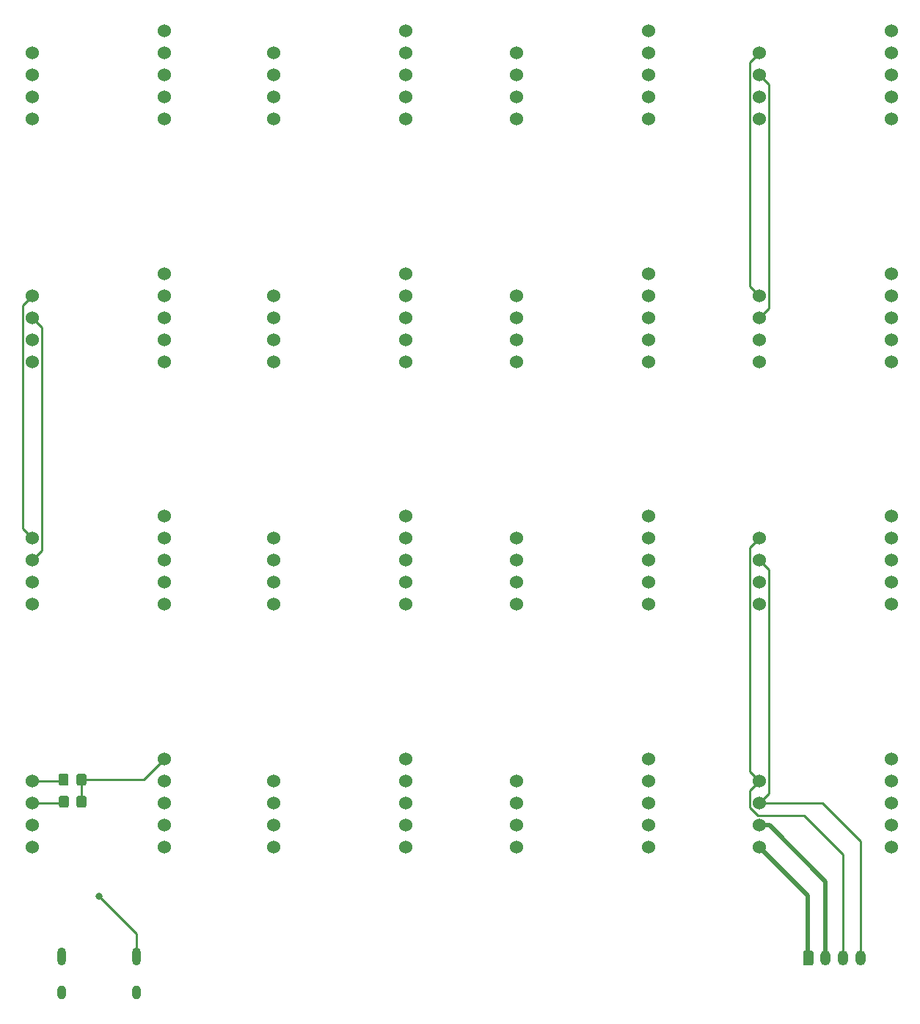
<source format=gbr>
%TF.GenerationSoftware,KiCad,Pcbnew,(5.1.6-0-10_14)*%
%TF.CreationDate,2020-09-05T22:35:39+02:00*%
%TF.ProjectId,m5matrix,6d356d61-7472-4697-982e-6b696361645f,rev?*%
%TF.SameCoordinates,Original*%
%TF.FileFunction,Copper,L2,Bot*%
%TF.FilePolarity,Positive*%
%FSLAX46Y46*%
G04 Gerber Fmt 4.6, Leading zero omitted, Abs format (unit mm)*
G04 Created by KiCad (PCBNEW (5.1.6-0-10_14)) date 2020-09-05 22:35:39*
%MOMM*%
%LPD*%
G01*
G04 APERTURE LIST*
%TA.AperFunction,ComponentPad*%
%ADD10O,1.200000X1.750000*%
%TD*%
%TA.AperFunction,ComponentPad*%
%ADD11C,1.524000*%
%TD*%
%TA.AperFunction,ComponentPad*%
%ADD12O,1.000000X2.100000*%
%TD*%
%TA.AperFunction,ComponentPad*%
%ADD13O,1.000000X1.600000*%
%TD*%
%TA.AperFunction,ViaPad*%
%ADD14C,0.800000*%
%TD*%
%TA.AperFunction,Conductor*%
%ADD15C,0.250000*%
%TD*%
%TA.AperFunction,Conductor*%
%ADD16C,0.500000*%
%TD*%
G04 APERTURE END LIST*
D10*
%TO.P,J2,4*%
%TO.N,/I2C_SCL*%
X176244000Y-155194000D03*
%TO.P,J2,3*%
%TO.N,/I2C_SDA*%
X174244000Y-155194000D03*
%TO.P,J2,2*%
%TO.N,+5V*%
X172244000Y-155194000D03*
%TO.P,J2,1*%
%TO.N,GND*%
%TA.AperFunction,ComponentPad*%
G36*
G01*
X169644000Y-155819001D02*
X169644000Y-154568999D01*
G75*
G02*
X169893999Y-154319000I249999J0D01*
G01*
X170594001Y-154319000D01*
G75*
G02*
X170844000Y-154568999I0J-249999D01*
G01*
X170844000Y-155819001D01*
G75*
G02*
X170594001Y-156069000I-249999J0D01*
G01*
X169893999Y-156069000D01*
G75*
G02*
X169644000Y-155819001I0J249999D01*
G01*
G37*
%TD.AperFunction*%
%TD*%
%TO.P,R4,2*%
%TO.N,/I2C_SCL*%
%TA.AperFunction,SMDPad,CuDef*%
G36*
G01*
X84903000Y-136709999D02*
X84903000Y-137610001D01*
G75*
G02*
X84653001Y-137860000I-249999J0D01*
G01*
X84002999Y-137860000D01*
G75*
G02*
X83753000Y-137610001I0J249999D01*
G01*
X83753000Y-136709999D01*
G75*
G02*
X84002999Y-136460000I249999J0D01*
G01*
X84653001Y-136460000D01*
G75*
G02*
X84903000Y-136709999I0J-249999D01*
G01*
G37*
%TD.AperFunction*%
%TO.P,R4,1*%
%TO.N,+3V3*%
%TA.AperFunction,SMDPad,CuDef*%
G36*
G01*
X86953000Y-136709999D02*
X86953000Y-137610001D01*
G75*
G02*
X86703001Y-137860000I-249999J0D01*
G01*
X86052999Y-137860000D01*
G75*
G02*
X85803000Y-137610001I0J249999D01*
G01*
X85803000Y-136709999D01*
G75*
G02*
X86052999Y-136460000I249999J0D01*
G01*
X86703001Y-136460000D01*
G75*
G02*
X86953000Y-136709999I0J-249999D01*
G01*
G37*
%TD.AperFunction*%
%TD*%
%TO.P,R3,2*%
%TO.N,/I2C_SDA*%
%TA.AperFunction,SMDPad,CuDef*%
G36*
G01*
X84885000Y-134169999D02*
X84885000Y-135070001D01*
G75*
G02*
X84635001Y-135320000I-249999J0D01*
G01*
X83984999Y-135320000D01*
G75*
G02*
X83735000Y-135070001I0J249999D01*
G01*
X83735000Y-134169999D01*
G75*
G02*
X83984999Y-133920000I249999J0D01*
G01*
X84635001Y-133920000D01*
G75*
G02*
X84885000Y-134169999I0J-249999D01*
G01*
G37*
%TD.AperFunction*%
%TO.P,R3,1*%
%TO.N,+3V3*%
%TA.AperFunction,SMDPad,CuDef*%
G36*
G01*
X86935000Y-134169999D02*
X86935000Y-135070001D01*
G75*
G02*
X86685001Y-135320000I-249999J0D01*
G01*
X86034999Y-135320000D01*
G75*
G02*
X85785000Y-135070001I0J249999D01*
G01*
X85785000Y-134169999D01*
G75*
G02*
X86034999Y-133920000I249999J0D01*
G01*
X86685001Y-133920000D01*
G75*
G02*
X86935000Y-134169999I0J-249999D01*
G01*
G37*
%TD.AperFunction*%
%TD*%
D11*
%TO.P,U16,6*%
%TO.N,/I2C_SDA*%
X164592000Y-134772400D03*
%TO.P,U16,7*%
%TO.N,/I2C_SCL*%
X164592000Y-137312400D03*
%TO.P,U16,8*%
%TO.N,+5V*%
X164592000Y-139852400D03*
%TO.P,U16,9*%
%TO.N,GND*%
X164592000Y-142392400D03*
%TO.P,U16,5*%
%TO.N,Net-(U16-Pad5)*%
X179832000Y-142392400D03*
%TO.P,U16,4*%
%TO.N,Net-(U16-Pad4)*%
X179832000Y-139852400D03*
%TO.P,U16,3*%
%TO.N,Net-(U16-Pad3)*%
X179832000Y-137312400D03*
%TO.P,U16,2*%
%TO.N,Net-(U16-Pad2)*%
X179832000Y-134772400D03*
%TO.P,U16,1*%
%TO.N,Net-(U16-Pad1)*%
X179832000Y-132232400D03*
%TD*%
%TO.P,U15,6*%
%TO.N,/I2C_SDA*%
X108542666Y-134772400D03*
%TO.P,U15,7*%
%TO.N,/I2C_SCL*%
X108542666Y-137312400D03*
%TO.P,U15,8*%
%TO.N,+5V*%
X108542666Y-139852400D03*
%TO.P,U15,9*%
%TO.N,GND*%
X108542666Y-142392400D03*
%TO.P,U15,5*%
%TO.N,Net-(U15-Pad5)*%
X123782666Y-142392400D03*
%TO.P,U15,4*%
%TO.N,Net-(U15-Pad4)*%
X123782666Y-139852400D03*
%TO.P,U15,3*%
%TO.N,Net-(U15-Pad3)*%
X123782666Y-137312400D03*
%TO.P,U15,2*%
%TO.N,Net-(U15-Pad2)*%
X123782666Y-134772400D03*
%TO.P,U15,1*%
%TO.N,Net-(U15-Pad1)*%
X123782666Y-132232400D03*
%TD*%
%TO.P,U14,6*%
%TO.N,/I2C_SDA*%
X136567332Y-134772400D03*
%TO.P,U14,7*%
%TO.N,/I2C_SCL*%
X136567332Y-137312400D03*
%TO.P,U14,8*%
%TO.N,+5V*%
X136567332Y-139852400D03*
%TO.P,U14,9*%
%TO.N,GND*%
X136567332Y-142392400D03*
%TO.P,U14,5*%
%TO.N,Net-(U14-Pad5)*%
X151807332Y-142392400D03*
%TO.P,U14,4*%
%TO.N,Net-(U14-Pad4)*%
X151807332Y-139852400D03*
%TO.P,U14,3*%
%TO.N,Net-(U14-Pad3)*%
X151807332Y-137312400D03*
%TO.P,U14,2*%
%TO.N,Net-(U14-Pad2)*%
X151807332Y-134772400D03*
%TO.P,U14,1*%
%TO.N,Net-(U14-Pad1)*%
X151807332Y-132232400D03*
%TD*%
%TO.P,U13,6*%
%TO.N,/I2C_SDA*%
X164592000Y-106781600D03*
%TO.P,U13,7*%
%TO.N,/I2C_SCL*%
X164592000Y-109321600D03*
%TO.P,U13,8*%
%TO.N,+5V*%
X164592000Y-111861600D03*
%TO.P,U13,9*%
%TO.N,GND*%
X164592000Y-114401600D03*
%TO.P,U13,5*%
%TO.N,Net-(U13-Pad5)*%
X179832000Y-114401600D03*
%TO.P,U13,4*%
%TO.N,Net-(U13-Pad4)*%
X179832000Y-111861600D03*
%TO.P,U13,3*%
%TO.N,Net-(U13-Pad3)*%
X179832000Y-109321600D03*
%TO.P,U13,2*%
%TO.N,Net-(U13-Pad2)*%
X179832000Y-106781600D03*
%TO.P,U13,1*%
%TO.N,Net-(U13-Pad1)*%
X179832000Y-104241600D03*
%TD*%
%TO.P,U12,6*%
%TO.N,/I2C_SDA*%
X80710526Y-134772400D03*
%TO.P,U12,7*%
%TO.N,/I2C_SCL*%
X80710526Y-137312400D03*
%TO.P,U12,8*%
%TO.N,+5V*%
X80710526Y-139852400D03*
%TO.P,U12,9*%
%TO.N,GND*%
X80710526Y-142392400D03*
%TO.P,U12,5*%
%TO.N,Net-(U12-Pad5)*%
X95950526Y-142392400D03*
%TO.P,U12,4*%
%TO.N,Net-(U12-Pad4)*%
X95950526Y-139852400D03*
%TO.P,U12,3*%
%TO.N,Net-(U12-Pad3)*%
X95950526Y-137312400D03*
%TO.P,U12,2*%
%TO.N,Net-(U12-Pad2)*%
X95950526Y-134772400D03*
%TO.P,U12,1*%
%TO.N,+3V3*%
X95950526Y-132232400D03*
%TD*%
%TO.P,U11,6*%
%TO.N,/I2C_SDA*%
X164592000Y-78790800D03*
%TO.P,U11,7*%
%TO.N,/I2C_SCL*%
X164592000Y-81330800D03*
%TO.P,U11,8*%
%TO.N,+5V*%
X164592000Y-83870800D03*
%TO.P,U11,9*%
%TO.N,GND*%
X164592000Y-86410800D03*
%TO.P,U11,5*%
%TO.N,Net-(U11-Pad5)*%
X179832000Y-86410800D03*
%TO.P,U11,4*%
%TO.N,Net-(U11-Pad4)*%
X179832000Y-83870800D03*
%TO.P,U11,3*%
%TO.N,Net-(U11-Pad3)*%
X179832000Y-81330800D03*
%TO.P,U11,2*%
%TO.N,Net-(U11-Pad2)*%
X179832000Y-78790800D03*
%TO.P,U11,1*%
%TO.N,Net-(U11-Pad1)*%
X179832000Y-76250800D03*
%TD*%
%TO.P,U10,6*%
%TO.N,/I2C_SDA*%
X136567332Y-106781600D03*
%TO.P,U10,7*%
%TO.N,/I2C_SCL*%
X136567332Y-109321600D03*
%TO.P,U10,8*%
%TO.N,+5V*%
X136567332Y-111861600D03*
%TO.P,U10,9*%
%TO.N,GND*%
X136567332Y-114401600D03*
%TO.P,U10,5*%
%TO.N,Net-(U10-Pad5)*%
X151807332Y-114401600D03*
%TO.P,U10,4*%
%TO.N,Net-(U10-Pad4)*%
X151807332Y-111861600D03*
%TO.P,U10,3*%
%TO.N,Net-(U10-Pad3)*%
X151807332Y-109321600D03*
%TO.P,U10,2*%
%TO.N,Net-(U10-Pad2)*%
X151807332Y-106781600D03*
%TO.P,U10,1*%
%TO.N,Net-(U10-Pad1)*%
X151807332Y-104241600D03*
%TD*%
%TO.P,U9,6*%
%TO.N,/I2C_SDA*%
X164592000Y-50800000D03*
%TO.P,U9,7*%
%TO.N,/I2C_SCL*%
X164592000Y-53340000D03*
%TO.P,U9,8*%
%TO.N,+5V*%
X164592000Y-55880000D03*
%TO.P,U9,9*%
%TO.N,GND*%
X164592000Y-58420000D03*
%TO.P,U9,5*%
%TO.N,Net-(U9-Pad5)*%
X179832000Y-58420000D03*
%TO.P,U9,4*%
%TO.N,Net-(U9-Pad4)*%
X179832000Y-55880000D03*
%TO.P,U9,3*%
%TO.N,Net-(U9-Pad3)*%
X179832000Y-53340000D03*
%TO.P,U9,2*%
%TO.N,Net-(U9-Pad2)*%
X179832000Y-50800000D03*
%TO.P,U9,1*%
%TO.N,Net-(U9-Pad1)*%
X179832000Y-48260000D03*
%TD*%
%TO.P,U8,6*%
%TO.N,/I2C_SDA*%
X136567332Y-78790800D03*
%TO.P,U8,7*%
%TO.N,/I2C_SCL*%
X136567332Y-81330800D03*
%TO.P,U8,8*%
%TO.N,+5V*%
X136567332Y-83870800D03*
%TO.P,U8,9*%
%TO.N,GND*%
X136567332Y-86410800D03*
%TO.P,U8,5*%
%TO.N,Net-(U8-Pad5)*%
X151807332Y-86410800D03*
%TO.P,U8,4*%
%TO.N,Net-(U8-Pad4)*%
X151807332Y-83870800D03*
%TO.P,U8,3*%
%TO.N,Net-(U8-Pad3)*%
X151807332Y-81330800D03*
%TO.P,U8,2*%
%TO.N,Net-(U8-Pad2)*%
X151807332Y-78790800D03*
%TO.P,U8,1*%
%TO.N,Net-(U8-Pad1)*%
X151807332Y-76250800D03*
%TD*%
%TO.P,U7,6*%
%TO.N,/I2C_SDA*%
X108542666Y-106781600D03*
%TO.P,U7,7*%
%TO.N,/I2C_SCL*%
X108542666Y-109321600D03*
%TO.P,U7,8*%
%TO.N,+5V*%
X108542666Y-111861600D03*
%TO.P,U7,9*%
%TO.N,GND*%
X108542666Y-114401600D03*
%TO.P,U7,5*%
%TO.N,Net-(U7-Pad5)*%
X123782666Y-114401600D03*
%TO.P,U7,4*%
%TO.N,Net-(U7-Pad4)*%
X123782666Y-111861600D03*
%TO.P,U7,3*%
%TO.N,Net-(U7-Pad3)*%
X123782666Y-109321600D03*
%TO.P,U7,2*%
%TO.N,Net-(U7-Pad2)*%
X123782666Y-106781600D03*
%TO.P,U7,1*%
%TO.N,Net-(U7-Pad1)*%
X123782666Y-104241600D03*
%TD*%
%TO.P,U6,6*%
%TO.N,/I2C_SDA*%
X136567332Y-50800000D03*
%TO.P,U6,7*%
%TO.N,/I2C_SCL*%
X136567332Y-53340000D03*
%TO.P,U6,8*%
%TO.N,+5V*%
X136567332Y-55880000D03*
%TO.P,U6,9*%
%TO.N,GND*%
X136567332Y-58420000D03*
%TO.P,U6,5*%
%TO.N,Net-(U6-Pad5)*%
X151807332Y-58420000D03*
%TO.P,U6,4*%
%TO.N,Net-(U6-Pad4)*%
X151807332Y-55880000D03*
%TO.P,U6,3*%
%TO.N,Net-(U6-Pad3)*%
X151807332Y-53340000D03*
%TO.P,U6,2*%
%TO.N,Net-(U6-Pad2)*%
X151807332Y-50800000D03*
%TO.P,U6,1*%
%TO.N,Net-(U6-Pad1)*%
X151807332Y-48260000D03*
%TD*%
%TO.P,U5,6*%
%TO.N,/I2C_SDA*%
X108542666Y-78790800D03*
%TO.P,U5,7*%
%TO.N,/I2C_SCL*%
X108542666Y-81330800D03*
%TO.P,U5,8*%
%TO.N,+5V*%
X108542666Y-83870800D03*
%TO.P,U5,9*%
%TO.N,GND*%
X108542666Y-86410800D03*
%TO.P,U5,5*%
%TO.N,Net-(U5-Pad5)*%
X123782666Y-86410800D03*
%TO.P,U5,4*%
%TO.N,Net-(U5-Pad4)*%
X123782666Y-83870800D03*
%TO.P,U5,3*%
%TO.N,Net-(U5-Pad3)*%
X123782666Y-81330800D03*
%TO.P,U5,2*%
%TO.N,Net-(U5-Pad2)*%
X123782666Y-78790800D03*
%TO.P,U5,1*%
%TO.N,Net-(U5-Pad1)*%
X123782666Y-76250800D03*
%TD*%
%TO.P,U4,6*%
%TO.N,/I2C_SDA*%
X80710526Y-106781600D03*
%TO.P,U4,7*%
%TO.N,/I2C_SCL*%
X80710526Y-109321600D03*
%TO.P,U4,8*%
%TO.N,+5V*%
X80710526Y-111861600D03*
%TO.P,U4,9*%
%TO.N,GND*%
X80710526Y-114401600D03*
%TO.P,U4,5*%
%TO.N,Net-(U4-Pad5)*%
X95950526Y-114401600D03*
%TO.P,U4,4*%
%TO.N,Net-(U4-Pad4)*%
X95950526Y-111861600D03*
%TO.P,U4,3*%
%TO.N,Net-(U4-Pad3)*%
X95950526Y-109321600D03*
%TO.P,U4,2*%
%TO.N,Net-(U4-Pad2)*%
X95950526Y-106781600D03*
%TO.P,U4,1*%
%TO.N,Net-(U4-Pad1)*%
X95950526Y-104241600D03*
%TD*%
%TO.P,U3,6*%
%TO.N,/I2C_SDA*%
X108542666Y-50800000D03*
%TO.P,U3,7*%
%TO.N,/I2C_SCL*%
X108542666Y-53340000D03*
%TO.P,U3,8*%
%TO.N,+5V*%
X108542666Y-55880000D03*
%TO.P,U3,9*%
%TO.N,GND*%
X108542666Y-58420000D03*
%TO.P,U3,5*%
%TO.N,Net-(U3-Pad5)*%
X123782666Y-58420000D03*
%TO.P,U3,4*%
%TO.N,Net-(U3-Pad4)*%
X123782666Y-55880000D03*
%TO.P,U3,3*%
%TO.N,Net-(U3-Pad3)*%
X123782666Y-53340000D03*
%TO.P,U3,2*%
%TO.N,Net-(U3-Pad2)*%
X123782666Y-50800000D03*
%TO.P,U3,1*%
%TO.N,Net-(U3-Pad1)*%
X123782666Y-48260000D03*
%TD*%
%TO.P,U2,6*%
%TO.N,/I2C_SDA*%
X80710526Y-78790800D03*
%TO.P,U2,7*%
%TO.N,/I2C_SCL*%
X80710526Y-81330800D03*
%TO.P,U2,8*%
%TO.N,+5V*%
X80710526Y-83870800D03*
%TO.P,U2,9*%
%TO.N,GND*%
X80710526Y-86410800D03*
%TO.P,U2,5*%
%TO.N,Net-(U2-Pad5)*%
X95950526Y-86410800D03*
%TO.P,U2,4*%
%TO.N,Net-(U2-Pad4)*%
X95950526Y-83870800D03*
%TO.P,U2,3*%
%TO.N,Net-(U2-Pad3)*%
X95950526Y-81330800D03*
%TO.P,U2,2*%
%TO.N,Net-(U2-Pad2)*%
X95950526Y-78790800D03*
%TO.P,U2,1*%
%TO.N,Net-(U2-Pad1)*%
X95950526Y-76250800D03*
%TD*%
%TO.P,U1,6*%
%TO.N,/I2C_SDA*%
X80710526Y-50800000D03*
%TO.P,U1,7*%
%TO.N,/I2C_SCL*%
X80710526Y-53340000D03*
%TO.P,U1,8*%
%TO.N,+5V*%
X80710526Y-55880000D03*
%TO.P,U1,9*%
%TO.N,GND*%
X80710526Y-58420000D03*
%TO.P,U1,5*%
%TO.N,Net-(U1-Pad5)*%
X95950526Y-58420000D03*
%TO.P,U1,4*%
%TO.N,Net-(U1-Pad4)*%
X95950526Y-55880000D03*
%TO.P,U1,3*%
%TO.N,Net-(U1-Pad3)*%
X95950526Y-53340000D03*
%TO.P,U1,2*%
%TO.N,Net-(U1-Pad2)*%
X95950526Y-50800000D03*
%TO.P,U1,1*%
%TO.N,Net-(U1-Pad1)*%
X95950526Y-48260000D03*
%TD*%
D12*
%TO.P,J1,S1*%
%TO.N,GND*%
X92712000Y-155010400D03*
X84072000Y-155010400D03*
D13*
X84072000Y-159190400D03*
X92712000Y-159190400D03*
%TD*%
D14*
%TO.N,GND*%
X88392000Y-148082000D03*
%TD*%
D15*
%TO.N,GND*%
X92712000Y-152402000D02*
X92712000Y-155010400D01*
X88392000Y-148082000D02*
X92712000Y-152402000D01*
D16*
X164592000Y-142392400D02*
X170180000Y-147980400D01*
X170180000Y-155130000D02*
X170244000Y-155194000D01*
X170180000Y-147980400D02*
X170180000Y-155130000D01*
%TO.N,+5V*%
X164592000Y-139852400D02*
X165760400Y-139852400D01*
X172244000Y-146336000D02*
X172244000Y-155194000D01*
X165760400Y-139852400D02*
X172244000Y-146336000D01*
D15*
%TO.N,/I2C_SDA*%
X163504999Y-77703799D02*
X164592000Y-78790800D01*
X163504999Y-51887001D02*
X163504999Y-77703799D01*
X164592000Y-50800000D02*
X163504999Y-51887001D01*
X79623525Y-105694599D02*
X80710526Y-106781600D01*
X79623525Y-79877801D02*
X79623525Y-105694599D01*
X80710526Y-78790800D02*
X79623525Y-79877801D01*
X163504999Y-133685399D02*
X164592000Y-134772400D01*
X163504999Y-107868601D02*
X163504999Y-133685399D01*
X164592000Y-106781600D02*
X163504999Y-107868601D01*
X84157600Y-134772400D02*
X84310000Y-134620000D01*
X80710526Y-134772400D02*
X84157600Y-134772400D01*
X164436237Y-138765399D02*
X169753399Y-138765399D01*
X163504999Y-137834161D02*
X164436237Y-138765399D01*
X163504999Y-135859401D02*
X163504999Y-137834161D01*
X164592000Y-134772400D02*
X163504999Y-135859401D01*
X174244000Y-143256000D02*
X174244000Y-155194000D01*
X169753399Y-138765399D02*
X174244000Y-143256000D01*
%TO.N,/I2C_SCL*%
X165679001Y-80243799D02*
X164592000Y-81330800D01*
X165679001Y-54427001D02*
X165679001Y-80243799D01*
X164592000Y-53340000D02*
X165679001Y-54427001D01*
X81797527Y-82417801D02*
X81797527Y-108234599D01*
X81797527Y-108234599D02*
X80710526Y-109321600D01*
X80710526Y-81330800D02*
X81797527Y-82417801D01*
X165679001Y-136225399D02*
X164592000Y-137312400D01*
X165679001Y-110408601D02*
X165679001Y-136225399D01*
X164592000Y-109321600D02*
X165679001Y-110408601D01*
X84175600Y-137312400D02*
X84328000Y-137160000D01*
X80710526Y-137312400D02*
X84175600Y-137312400D01*
X164592000Y-137312400D02*
X171856400Y-137312400D01*
X176244000Y-141700000D02*
X176244000Y-155194000D01*
X171856400Y-137312400D02*
X176244000Y-141700000D01*
%TO.N,+3V3*%
X86378000Y-134638000D02*
X86360000Y-134620000D01*
X86378000Y-137160000D02*
X86378000Y-134638000D01*
X93562926Y-134620000D02*
X95950526Y-132232400D01*
X86360000Y-134620000D02*
X93562926Y-134620000D01*
%TD*%
M02*

</source>
